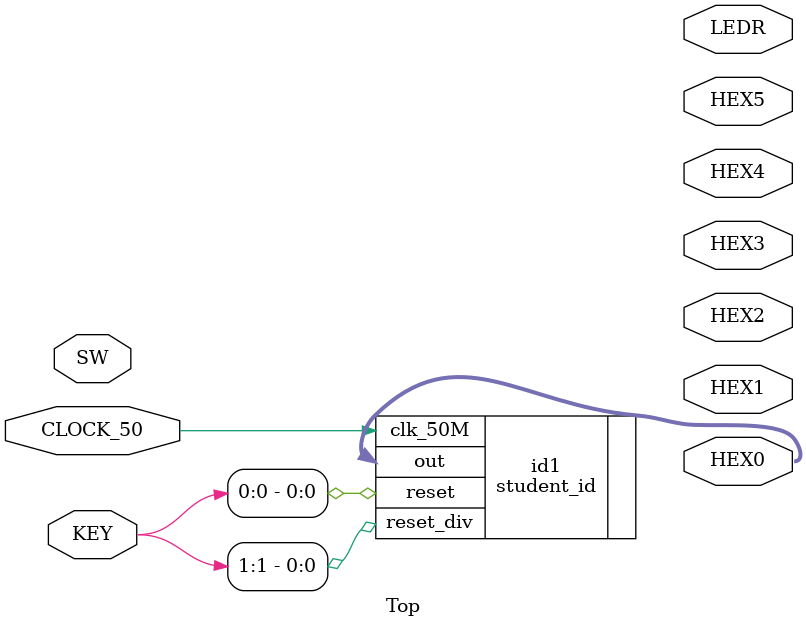
<source format=sv>

`default_nettype none

module Top (CLOCK_50, KEY, SW, HEX0, HEX1, HEX2, HEX3, HEX4, HEX5, LEDR);
    input  logic         CLOCK_50;   // DE-series 50 MHz clock signal
    input  logic [ 3: 0] KEY;        // DE-series pushbuttons
    input  logic [ 9: 0] SW;         // DE-series switches
    output logic [ 6: 0] HEX0;       // DE-series HEX displays
    output logic [ 6: 0] HEX1;
    output logic [ 6: 0] HEX2;
    output logic [ 6: 0] HEX3;
    output logic [ 6: 0] HEX4;
    output logic [ 6: 0] HEX5;
    output logic [ 9: 0] LEDR;       // DE-series LEDs

//*********************add your module here*******************************

student_id id1(
		.clk_50M(CLOCK_50),
		.reset(KEY[0]),
		.reset_div(KEY[1]),
		.out(HEX0)
	);


endmodule

</source>
